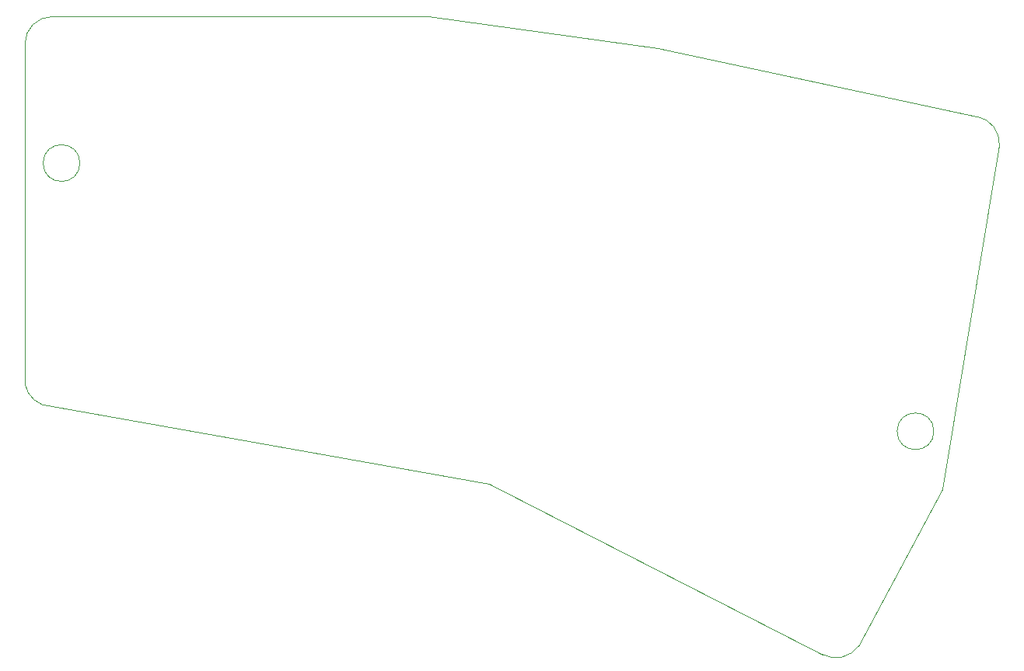
<source format=gm1>
%TF.GenerationSoftware,KiCad,Pcbnew,(7.0.0)*%
%TF.CreationDate,2023-03-16T17:08:34-03:00*%
%TF.ProjectId,TCC-PCB,5443432d-5043-4422-9e6b-696361645f70,rev?*%
%TF.SameCoordinates,Original*%
%TF.FileFunction,Profile,NP*%
%FSLAX46Y46*%
G04 Gerber Fmt 4.6, Leading zero omitted, Abs format (unit mm)*
G04 Created by KiCad (PCBNEW (7.0.0)) date 2023-03-16 17:08:34*
%MOMM*%
%LPD*%
G01*
G04 APERTURE LIST*
%TA.AperFunction,Profile*%
%ADD10C,0.100000*%
%TD*%
G04 APERTURE END LIST*
D10*
X199325045Y-75392458D02*
X193100000Y-112862500D01*
X180082912Y-130905693D02*
G75*
G03*
X183975045Y-129967458I1417188J2663093D01*
G01*
X96200046Y-61342546D02*
G75*
G03*
X93200046Y-64342458I54J-3000054D01*
G01*
X162100000Y-64802500D02*
X196846449Y-72237074D01*
X193100000Y-112862500D02*
X183975045Y-129967458D01*
X199325051Y-75392458D02*
G75*
G03*
X196846449Y-72237075I-3025051J174958D01*
G01*
X137130000Y-61362500D02*
X162100000Y-64802500D01*
X93199378Y-101346656D02*
X93200046Y-64342458D01*
X99190000Y-77322500D02*
G75*
G03*
X99190000Y-77322500I-2000000J0D01*
G01*
X180082900Y-130905716D02*
X143790000Y-112312500D01*
X192180000Y-106562500D02*
G75*
G03*
X192180000Y-106562500I-2000000J0D01*
G01*
X96200046Y-61342458D02*
X137130000Y-61362500D01*
X143790000Y-112312500D02*
X96160046Y-103862458D01*
X93199368Y-101346658D02*
G75*
G03*
X96160046Y-103862458I2960632J484158D01*
G01*
M02*

</source>
